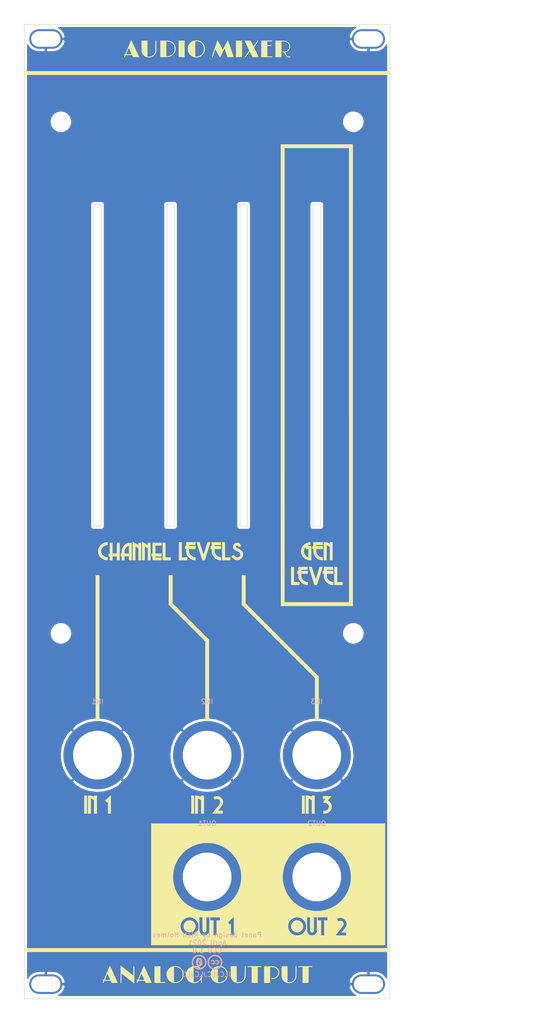
<source format=kicad_pcb>
(kicad_pcb (version 20171130) (host pcbnew 5.1.10-88a1d61d58~88~ubuntu20.04.1)
  (layers (0 F.Cu signal) (31 B.Cu signal) (34 B.Paste user) (35 F.Paste user) (36 B.SilkS user) (37 F.SilkS user) (38 B.Mask user) (39 F.Mask user) (44 Edge.Cuts user))
  (net 0 "")
  (net 1 GND)
  (module ao_tht:MountingHole_3.2mm_M3 (layer F.Cu) (at 67.5 125)
    (fp_text reference H5 hide)
    (fp_text value MountingHole)
    (pad 1 np_thru_hole circle (at 0 0) (size 3.2 3.2) (drill 3.2) (layers *.Cu *.Mask))
  )
  (module ao_tht:MountingHole_3.2mm_M3 (layer F.Cu) (at 7.5 125)
    (fp_text reference H4 hide)
    (fp_text value MountingHole)
    (pad 1 np_thru_hole circle (at 0 0) (size 3.2 3.2) (drill 3.2) (layers *.Cu *.Mask))
  )
  (module ao_tht:MountingHole_3.2mm_M3 (layer F.Cu) (at 67.5 20)
    (fp_text reference H3 hide)
    (fp_text value MountingHole)
    (pad 1 np_thru_hole circle (at 0 0) (size 3.2 3.2) (drill 3.2) (layers *.Cu *.Mask))
  )
  (module ao_tht:MountingHole_3.2mm_M3 (layer F.Cu) (at 7.5 20)
    (fp_text reference H2 hide)
    (fp_text value MountingHole)
    (pad 1 np_thru_hole circle (at 0 0) (size 3.2 3.2) (drill 3.2) (layers *.Cu *.Mask))
  )
  (module Kosmo_panel:Kosmo_Jack_Hole (layer F.Cu) (at 60 175)
    (fp_text reference H15 hide)
    (fp_text value Jack_Hole)
    (pad 1 thru_hole circle (at 0 0) (size 14 14) (drill 10) (layers *.Cu *.Mask) (net 1 GND))
  )
  (module Kosmo_panel:Kosmo_Slide_Pot_Alpha_60mm (layer F.Cu) (at 60 70)
    (fp_text reference H14)
    (fp_text value Slide_Pot_Hole)
  )
  (module Kosmo_panel:Kosmo_Jack_Hole (layer F.Cu) (at 37.5 175)
    (fp_text reference H13 hide)
    (fp_text value Jack_Hole)
    (pad 1 thru_hole circle (at 0 0) (size 14 14) (drill 10) (layers *.Cu *.Mask) (net 1 GND))
  )
  (module Kosmo_panel:Kosmo_Slide_Pot_Alpha_60mm (layer F.Cu) (at 45 70)
    (fp_text reference H12)
    (fp_text value Slide_Pot_Hole)
  )
  (module Kosmo_panel:Kosmo_Jack_Hole (layer F.Cu) (at 60 150)
    (fp_text reference H11 hide)
    (fp_text value Jack_Hole)
    (pad 1 thru_hole circle (at 0 0) (size 14 14) (drill 10) (layers *.Cu *.Mask) (net 1 GND))
  )
  (module Kosmo_panel:Kosmo_Slide_Pot_Alpha_60mm (layer F.Cu) (at 30 70)
    (fp_text reference H10)
    (fp_text value Slide_Pot_Hole)
  )
  (module Kosmo_panel:Kosmo_Jack_Hole (layer F.Cu) (at 37.5 150)
    (fp_text reference H9 hide)
    (fp_text value Jack_Hole)
    (pad 1 thru_hole circle (at 0 0) (size 14 14) (drill 10) (layers *.Cu *.Mask) (net 1 GND))
  )
  (module Kosmo_panel:Kosmo_Slide_Pot_Alpha_60mm (layer F.Cu) (at 15 70)
    (fp_text reference H8)
    (fp_text value Slide_Pot_Hole)
  )
  (module Kosmo_panel:Kosmo_Jack_Hole (layer F.Cu) (at 15 150)
    (fp_text reference H7 hide)
    (fp_text value Jack_Hole)
    (pad 1 thru_hole circle (at 0 0) (size 14 14) (drill 10) (layers *.Cu *.Mask) (net 1 GND))
  )
  (module ao_audio_mixer:ao_audio_mixer_panel_slide_holes (layer F.Cu) (at 37.5 100)
    (fp_text reference GRAF3 hide)
    (fp_text value "Panel holes" hide)
  )
  (module ao_tht:CC0_logo (layer B.Cu) (at 37.5 192.5 180)
    (fp_text reference GRAF2 hide)
    (fp_text value "CC0 logo" hide)
  )
  (module ao_audio_mixer:ao_audio_mixer_panel_slide_art (layer F.Cu) (at 37.5 100)
    (fp_text reference GRAF1 hide)
    (fp_text value "Panel art" hide)
  )
  (module Kosmo_panel:Kosmo_Panel_Dual_Slotted_Mounting_Hole (layer F.Cu) (at 69.2 197)
    (fp_text reference H6 hide)
    (fp_text value Mounting_Holes_Slotted)
    (pad 1 thru_hole oval (at 1.4 -194) (size 6.8 4) (drill oval 6 3.2) (layers *.Cu *.Mask) (net 1 GND))
    (pad 1 thru_hole oval (at 1.4 0) (size 6.8 4) (drill oval 6 3.2) (layers *.Cu *.Mask) (net 1 GND))
  )
  (module Kosmo_panel:Kosmo_Panel_Dual_Slotted_Mounting_Hole (layer F.Cu) (at 3 197)
    (fp_text reference H1 hide)
    (fp_text value Mounting_Holes_Slotted)
    (pad 1 thru_hole oval (at 1.4 -194) (size 6.8 4) (drill oval 6 3.2) (layers *.Cu *.Mask) (net 1 GND))
    (pad 1 thru_hole oval (at 1.4 0) (size 6.8 4) (drill oval 6 3.2) (layers *.Cu *.Mask) (net 1 GND))
  )
  (gr_text OUT2 (at 60 164) (layer B.SilkS) (effects (font (size 1 1)) (justify mirror)))
  (gr_text OUT1 (at 37.5 164) (layer B.SilkS) (effects (font (size 1 1)) (justify mirror)))
  (gr_text IN3 (at 60 139) (layer B.SilkS) (effects (font (size 1 1)) (justify mirror)))
  (gr_text IN2 (at 37.5 139) (layer B.SilkS) (effects (font (size 1 1)) (justify mirror)))
  (gr_text IN1 (at 15 139) (layer B.SilkS) (effects (font (size 1 1)) (justify mirror)))
  (gr_text "Panel design by Rich Holmes\nApril 2021\nCC0 1.0" (at 37.5 188.5) (layer B.SilkS) (effects (font (size 1 1)) (justify mirror)))
  (gr_line (start 60.75 103) (end 59.25 103) (layer Edge.Cuts) (width 0.1))
  (gr_line (start 59.25 37) (end 60.75 37) (layer Edge.Cuts) (width 0.1))
  (gr_line (start 60.75 37) (end 60.75 103) (layer Edge.Cuts) (width 0.1))
  (gr_line (start 59.25 103) (end 59.25 37) (layer Edge.Cuts) (width 0.1))
  (gr_line (start 45.75 37) (end 45.75 103) (layer Edge.Cuts) (width 0.1))
  (gr_line (start 45.75 103) (end 44.25 103) (layer Edge.Cuts) (width 0.1))
  (gr_line (start 44.25 103) (end 44.25 37) (layer Edge.Cuts) (width 0.1))
  (gr_line (start 44.25 37) (end 45.75 37) (layer Edge.Cuts) (width 0.1))
  (gr_line (start 29.25 37) (end 30.75 37) (layer Edge.Cuts) (width 0.1))
  (gr_line (start 29.25 103) (end 29.25 37) (layer Edge.Cuts) (width 0.1))
  (gr_line (start 30.75 37) (end 30.75 103) (layer Edge.Cuts) (width 0.1))
  (gr_line (start 30.75 103) (end 29.25 103) (layer Edge.Cuts) (width 0.1))
  (gr_line (start 14.25 103) (end 14.25 37) (layer Edge.Cuts) (width 0.1))
  (gr_line (start 15.75 103) (end 14.25 103) (layer Edge.Cuts) (width 0.1))
  (gr_line (start 15.75 37) (end 15.75 103) (layer Edge.Cuts) (width 0.1))
  (gr_line (start 14.25 37) (end 15.75 37) (layer Edge.Cuts) (width 0.1))
  (gr_text JLCJLCJLCJLC (at 37.5 195) (layer B.SilkS) (effects (font (size 1 1)) (justify mirror)))
  (gr_line (start 75 0) (end 0 0) (layer Edge.Cuts) (width 0.1))
  (gr_line (start 75 200) (end 75 0) (layer Edge.Cuts) (width 0.1))
  (gr_line (start 0 200) (end 75 200) (layer Edge.Cuts) (width 0.1))
  (gr_line (start 0 0) (end 0 200) (layer Edge.Cuts) (width 0.1))
  (zone (net 1) (net_name GND) (layer F.Cu) (connect_pads (clearance 0.508)) (min_thickness 0.254) (fill yes (arc_segments 32) (thermal_gap 0.508) (thermal_bridge_width 0.508))
    (polygon (pts (xy 105 205) (xy -5 205) (xy -5 -5) (xy 105 -5)))
  )
  (zone (net 1) (net_name GND) (layer B.Cu) (connect_pads (clearance 0.508)) (min_thickness 0.254) (fill yes (arc_segments 32) (thermal_gap 0.508) (thermal_bridge_width 0.508))
    (polygon (pts (xy 105 205) (xy -5 205) (xy -5 -5) (xy 105 -5)))
  )
)
</source>
